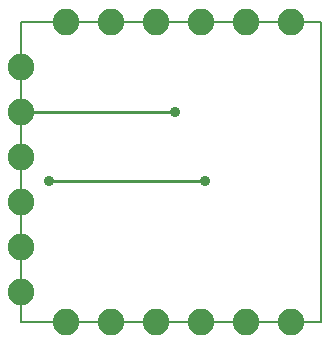
<source format=gbl>
G75*
%MOIN*%
%OFA0B0*%
%FSLAX25Y25*%
%IPPOS*%
%LPD*%
%AMOC8*
5,1,8,0,0,1.08239X$1,22.5*
%
%ADD10C,0.00000*%
%ADD11C,0.00500*%
%ADD12C,0.08858*%
%ADD13C,0.03562*%
%ADD14C,0.01000*%
D10*
X0005629Y0005629D02*
X0005629Y0105590D01*
X0105629Y0105629D01*
X0105629Y0005629D01*
X0005629Y0005629D01*
D11*
X0105629Y0005629D01*
X0105629Y0105629D01*
X0005629Y0105629D01*
X0005629Y0005629D01*
D12*
X0005629Y0015629D03*
X0005629Y0030629D03*
X0005629Y0045629D03*
X0005629Y0060629D03*
X0005629Y0075629D03*
X0005629Y0090629D03*
X0020629Y0105629D03*
X0035629Y0105629D03*
X0050629Y0105629D03*
X0065629Y0105629D03*
X0080629Y0105629D03*
X0095629Y0105629D03*
X0095629Y0005629D03*
X0080629Y0005629D03*
X0065629Y0005629D03*
X0050629Y0005629D03*
X0035629Y0005629D03*
X0020629Y0005629D03*
D13*
X0015004Y0052504D03*
X0056879Y0075629D03*
X0066879Y0052504D03*
D14*
X0015004Y0052504D01*
X0005629Y0075629D02*
X0056879Y0075629D01*
M02*

</source>
